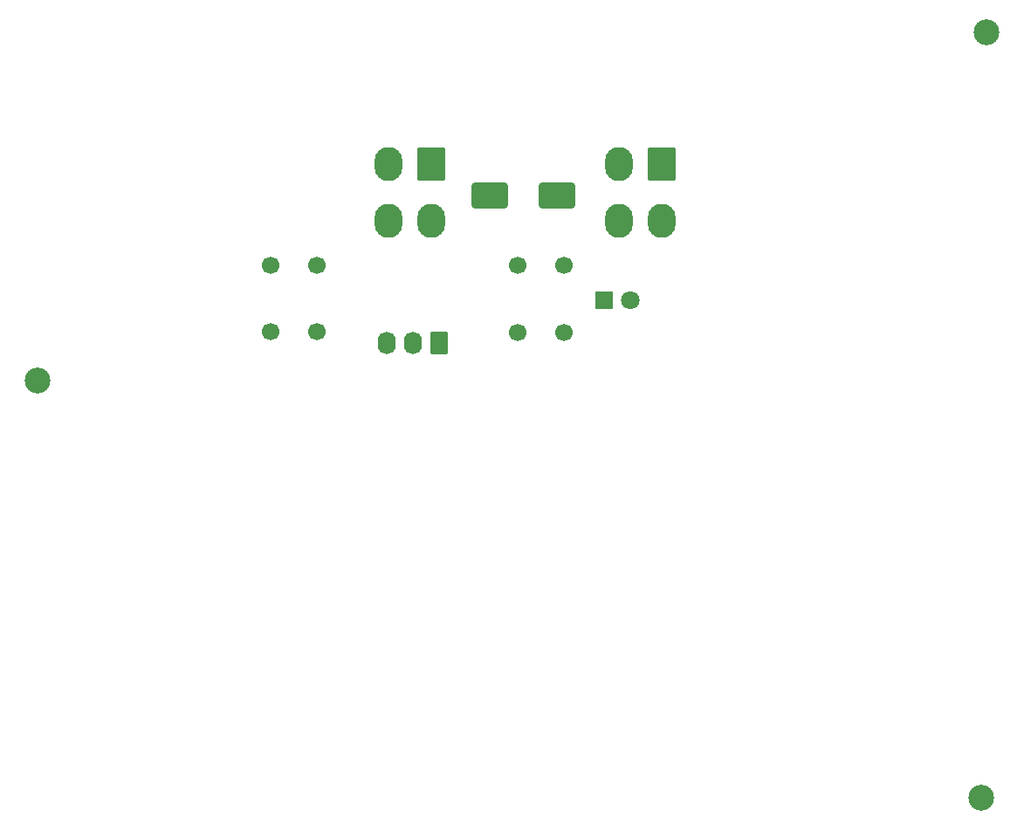
<source format=gbr>
%TF.GenerationSoftware,KiCad,Pcbnew,(6.0.9)*%
%TF.CreationDate,2023-01-27T19:17:15-09:00*%
%TF.ProjectId,EYEBROW WARNING INDICATOR_LEFT,45594542-524f-4572-9057-41524e494e47,rev?*%
%TF.SameCoordinates,Original*%
%TF.FileFunction,Soldermask,Bot*%
%TF.FilePolarity,Negative*%
%FSLAX46Y46*%
G04 Gerber Fmt 4.6, Leading zero omitted, Abs format (unit mm)*
G04 Created by KiCad (PCBNEW (6.0.9)) date 2023-01-27 19:17:15*
%MOMM*%
%LPD*%
G01*
G04 APERTURE LIST*
G04 Aperture macros list*
%AMRoundRect*
0 Rectangle with rounded corners*
0 $1 Rounding radius*
0 $2 $3 $4 $5 $6 $7 $8 $9 X,Y pos of 4 corners*
0 Add a 4 corners polygon primitive as box body*
4,1,4,$2,$3,$4,$5,$6,$7,$8,$9,$2,$3,0*
0 Add four circle primitives for the rounded corners*
1,1,$1+$1,$2,$3*
1,1,$1+$1,$4,$5*
1,1,$1+$1,$6,$7*
1,1,$1+$1,$8,$9*
0 Add four rect primitives between the rounded corners*
20,1,$1+$1,$2,$3,$4,$5,0*
20,1,$1+$1,$4,$5,$6,$7,0*
20,1,$1+$1,$6,$7,$8,$9,0*
20,1,$1+$1,$8,$9,$2,$3,0*%
G04 Aperture macros list end*
%ADD10RoundRect,0.250000X0.620000X0.845000X-0.620000X0.845000X-0.620000X-0.845000X0.620000X-0.845000X0*%
%ADD11O,1.740000X2.190000*%
%ADD12RoundRect,0.250000X-1.500000X-1.000000X1.500000X-1.000000X1.500000X1.000000X-1.500000X1.000000X0*%
%ADD13C,1.700000*%
%ADD14RoundRect,0.250001X1.099999X1.399999X-1.099999X1.399999X-1.099999X-1.399999X1.099999X-1.399999X0*%
%ADD15O,2.700000X3.300000*%
%ADD16C,2.500000*%
%ADD17C,1.800000*%
%ADD18R,1.800000X1.800000*%
G04 APERTURE END LIST*
D10*
%TO.C,J3*%
X142620999Y-91049097D03*
D11*
X140080999Y-91049097D03*
X137540999Y-91049097D03*
%TD*%
D12*
%TO.C,C1*%
X147498999Y-76698097D03*
X153998999Y-76698097D03*
%TD*%
D13*
%TO.C,SW2*%
X154749499Y-83492597D03*
X154749499Y-89992597D03*
X150249499Y-83492597D03*
X150249499Y-89992597D03*
%TD*%
%TO.C,SW1*%
X130784599Y-83479897D03*
X130784599Y-89979897D03*
X126284599Y-83479897D03*
X126284599Y-89979897D03*
%TD*%
D14*
%TO.C,J2*%
X164210999Y-73650097D03*
D15*
X160010999Y-73650097D03*
X164210999Y-79150097D03*
X160010999Y-79150097D03*
%TD*%
D14*
%TO.C,J1*%
X141858999Y-73650097D03*
D15*
X137658999Y-73650097D03*
X141858999Y-79150097D03*
X137658999Y-79150097D03*
%TD*%
D16*
%TO.C,H3*%
X195198999Y-135118097D03*
%TD*%
%TO.C,H2*%
X195706999Y-60928251D03*
%TD*%
%TO.C,H1*%
X103632000Y-94699611D03*
%TD*%
D17*
%TO.C,D1*%
X161162999Y-86858097D03*
D18*
X158622999Y-86858097D03*
%TD*%
M02*

</source>
